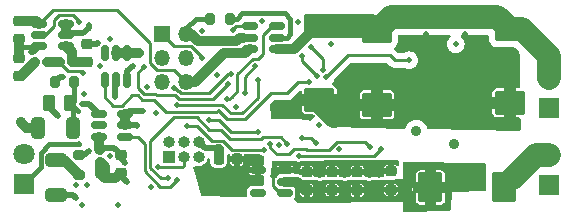
<source format=gbr>
%TF.GenerationSoftware,KiCad,Pcbnew,7.0.6*%
%TF.CreationDate,2023-11-06T16:55:08+11:00*%
%TF.ProjectId,turbidity_sensor_v2,74757262-6964-4697-9479-5f73656e736f,0.1.0*%
%TF.SameCoordinates,Original*%
%TF.FileFunction,Copper,L4,Bot*%
%TF.FilePolarity,Positive*%
%FSLAX46Y46*%
G04 Gerber Fmt 4.6, Leading zero omitted, Abs format (unit mm)*
G04 Created by KiCad (PCBNEW 7.0.6) date 2023-11-06 16:55:08*
%MOMM*%
%LPD*%
G01*
G04 APERTURE LIST*
G04 Aperture macros list*
%AMRoundRect*
0 Rectangle with rounded corners*
0 $1 Rounding radius*
0 $2 $3 $4 $5 $6 $7 $8 $9 X,Y pos of 4 corners*
0 Add a 4 corners polygon primitive as box body*
4,1,4,$2,$3,$4,$5,$6,$7,$8,$9,$2,$3,0*
0 Add four circle primitives for the rounded corners*
1,1,$1+$1,$2,$3*
1,1,$1+$1,$4,$5*
1,1,$1+$1,$6,$7*
1,1,$1+$1,$8,$9*
0 Add four rect primitives between the rounded corners*
20,1,$1+$1,$2,$3,$4,$5,0*
20,1,$1+$1,$4,$5,$6,$7,0*
20,1,$1+$1,$6,$7,$8,$9,0*
20,1,$1+$1,$8,$9,$2,$3,0*%
G04 Aperture macros list end*
%TA.AperFunction,ComponentPad*%
%ADD10R,1.000000X1.000000*%
%TD*%
%TA.AperFunction,ComponentPad*%
%ADD11O,1.000000X1.000000*%
%TD*%
%TA.AperFunction,ComponentPad*%
%ADD12R,1.800000X1.800000*%
%TD*%
%TA.AperFunction,ComponentPad*%
%ADD13C,1.800000*%
%TD*%
%TA.AperFunction,ComponentPad*%
%ADD14R,1.350000X1.350000*%
%TD*%
%TA.AperFunction,ComponentPad*%
%ADD15O,1.350000X1.350000*%
%TD*%
%TA.AperFunction,SMDPad,CuDef*%
%ADD16RoundRect,0.200000X0.200000X0.275000X-0.200000X0.275000X-0.200000X-0.275000X0.200000X-0.275000X0*%
%TD*%
%TA.AperFunction,SMDPad,CuDef*%
%ADD17RoundRect,0.250000X-1.025000X0.787500X-1.025000X-0.787500X1.025000X-0.787500X1.025000X0.787500X0*%
%TD*%
%TA.AperFunction,SMDPad,CuDef*%
%ADD18RoundRect,0.150000X0.512500X0.150000X-0.512500X0.150000X-0.512500X-0.150000X0.512500X-0.150000X0*%
%TD*%
%TA.AperFunction,SMDPad,CuDef*%
%ADD19RoundRect,0.225000X-0.250000X0.225000X-0.250000X-0.225000X0.250000X-0.225000X0.250000X0.225000X0*%
%TD*%
%TA.AperFunction,SMDPad,CuDef*%
%ADD20RoundRect,0.250000X0.325000X0.650000X-0.325000X0.650000X-0.325000X-0.650000X0.325000X-0.650000X0*%
%TD*%
%TA.AperFunction,SMDPad,CuDef*%
%ADD21RoundRect,0.225000X-0.225000X-0.250000X0.225000X-0.250000X0.225000X0.250000X-0.225000X0.250000X0*%
%TD*%
%TA.AperFunction,SMDPad,CuDef*%
%ADD22RoundRect,0.250000X-0.650000X0.325000X-0.650000X-0.325000X0.650000X-0.325000X0.650000X0.325000X0*%
%TD*%
%TA.AperFunction,SMDPad,CuDef*%
%ADD23RoundRect,0.225000X0.250000X-0.225000X0.250000X0.225000X-0.250000X0.225000X-0.250000X-0.225000X0*%
%TD*%
%TA.AperFunction,SMDPad,CuDef*%
%ADD24RoundRect,0.150000X-0.512500X-0.150000X0.512500X-0.150000X0.512500X0.150000X-0.512500X0.150000X0*%
%TD*%
%TA.AperFunction,SMDPad,CuDef*%
%ADD25RoundRect,0.250000X-0.262500X-0.450000X0.262500X-0.450000X0.262500X0.450000X-0.262500X0.450000X0*%
%TD*%
%TA.AperFunction,SMDPad,CuDef*%
%ADD26RoundRect,0.150000X0.150000X-0.512500X0.150000X0.512500X-0.150000X0.512500X-0.150000X-0.512500X0*%
%TD*%
%TA.AperFunction,SMDPad,CuDef*%
%ADD27RoundRect,0.135000X0.135000X0.185000X-0.135000X0.185000X-0.135000X-0.185000X0.135000X-0.185000X0*%
%TD*%
%TA.AperFunction,SMDPad,CuDef*%
%ADD28RoundRect,0.250000X0.787500X1.025000X-0.787500X1.025000X-0.787500X-1.025000X0.787500X-1.025000X0*%
%TD*%
%TA.AperFunction,SMDPad,CuDef*%
%ADD29RoundRect,0.140000X0.170000X-0.140000X0.170000X0.140000X-0.170000X0.140000X-0.170000X-0.140000X0*%
%TD*%
%TA.AperFunction,SMDPad,CuDef*%
%ADD30RoundRect,0.140000X-0.170000X0.140000X-0.170000X-0.140000X0.170000X-0.140000X0.170000X0.140000X0*%
%TD*%
%TA.AperFunction,SMDPad,CuDef*%
%ADD31RoundRect,0.200000X0.275000X-0.200000X0.275000X0.200000X-0.275000X0.200000X-0.275000X-0.200000X0*%
%TD*%
%TA.AperFunction,ViaPad*%
%ADD32C,0.500000*%
%TD*%
%TA.AperFunction,ViaPad*%
%ADD33C,0.900000*%
%TD*%
%TA.AperFunction,Conductor*%
%ADD34C,0.250000*%
%TD*%
%TA.AperFunction,Conductor*%
%ADD35C,0.508000*%
%TD*%
%TA.AperFunction,Conductor*%
%ADD36C,0.381000*%
%TD*%
%TA.AperFunction,Conductor*%
%ADD37C,0.812800*%
%TD*%
%TA.AperFunction,Conductor*%
%ADD38C,2.000000*%
%TD*%
%TA.AperFunction,Conductor*%
%ADD39C,0.254000*%
%TD*%
G04 APERTURE END LIST*
D10*
%TO.P,J1,1,Pin_1*%
%TO.N,MISO*%
X113462636Y-113082428D03*
D11*
%TO.P,J1,2,Pin_2*%
%TO.N,+3.3V*%
X113462636Y-111812428D03*
%TO.P,J1,3,Pin_3*%
%TO.N,CLKO*%
X114732636Y-113082428D03*
%TO.P,J1,4,Pin_4*%
%TO.N,MOSI*%
X114732636Y-111812428D03*
%TO.P,J1,5,Pin_5*%
%TO.N,RST*%
X116002636Y-113082428D03*
%TO.P,J1,6,Pin_6*%
%TO.N,GND*%
X116002636Y-111812428D03*
%TD*%
D12*
%TO.P,D3,1,K*%
%TO.N,Net-(D3-K)*%
X145658563Y-108880210D03*
D13*
%TO.P,D3,2,A*%
%TO.N,LED_PWR*%
X145658563Y-106340210D03*
%TD*%
D12*
%TO.P,D2,1,K*%
%TO.N,Net-(D2-K)*%
X101251799Y-115329787D03*
D13*
%TO.P,D2,2,A*%
%TO.N,Net-(D2-A)*%
X101251799Y-112789787D03*
%TD*%
D14*
%TO.P,J3,1,Pin_1*%
%TO.N,WKE*%
X112931610Y-102661401D03*
D15*
%TO.P,J3,2,Pin_2*%
%TO.N,GND*%
X114931610Y-102661401D03*
%TO.P,J3,3,Pin_3*%
%TO.N,TX*%
X112931610Y-104661401D03*
%TO.P,J3,4,Pin_4*%
%TO.N,RST*%
X114931610Y-104661401D03*
%TO.P,J3,5,Pin_5*%
%TO.N,RX*%
X112931610Y-106661401D03*
%TO.P,J3,6,Pin_6*%
%TO.N,+BATT*%
X114931610Y-106661401D03*
%TD*%
D12*
%TO.P,D1,1,K*%
%TO.N,Net-(D1-K)*%
X145658563Y-115439646D03*
D13*
%TO.P,D1,2,A*%
%TO.N,LED_PWR*%
X145658563Y-112899646D03*
%TD*%
D16*
%TO.P,R3,1*%
%TO.N,Net-(U2-ILM)*%
X118626044Y-101328006D03*
%TO.P,R3,2*%
%TO.N,GND*%
X116976044Y-101328006D03*
%TD*%
D17*
%TO.P,C9,1*%
%TO.N,LED_PWR*%
X126225915Y-101972873D03*
%TO.P,C9,2*%
%TO.N,GND*%
X126225915Y-108197873D03*
%TD*%
D18*
%TO.P,U4,1,IN*%
%TO.N,+BATT*%
X123297787Y-114180984D03*
%TO.P,U4,2,GND*%
%TO.N,GND*%
X123297787Y-115130984D03*
%TO.P,U4,3,EN*%
%TO.N,+BATT*%
X123297787Y-116080984D03*
%TO.P,U4,4,NC*%
%TO.N,unconnected-(U4-NC-Pad4)*%
X121022787Y-116080984D03*
%TO.P,U4,5,OUT*%
%TO.N,+3.3V*%
X121022787Y-114180984D03*
%TD*%
D19*
%TO.P,C7,1*%
%TO.N,+BATT*%
X127322719Y-114301764D03*
%TO.P,C7,2*%
%TO.N,GND*%
X127322719Y-115851764D03*
%TD*%
D20*
%TO.P,C36,1*%
%TO.N,TIA_BIAS*%
X105334460Y-110570944D03*
%TO.P,C36,2*%
%TO.N,GND*%
X102384460Y-110570944D03*
%TD*%
D21*
%TO.P,C10,1*%
%TO.N,GND*%
X117698575Y-113226425D03*
%TO.P,C10,2*%
%TO.N,+3.3V*%
X119248575Y-113226425D03*
%TD*%
D18*
%TO.P,U9,1*%
%TO.N,+3.3VADC*%
X104774685Y-101776533D03*
%TO.P,U9,2,-*%
X104774685Y-102726533D03*
%TO.P,U9,3,+*%
%TO.N,Net-(U9A-+)*%
X104774685Y-103676533D03*
%TO.P,U9,4,V-*%
%TO.N,GND*%
X102499685Y-103676533D03*
%TO.P,U9,5,SHDN*%
%TO.N,REF_BUFFER_EN*%
X102499685Y-102726533D03*
%TO.P,U9,6,V+*%
%TO.N,+BATT*%
X102499685Y-101776533D03*
%TD*%
D22*
%TO.P,C17,1*%
%TO.N,Net-(C17-Pad1)*%
X103947061Y-113296863D03*
%TO.P,C17,2*%
%TO.N,GND*%
X103947061Y-116246863D03*
%TD*%
D19*
%TO.P,C21,1*%
%TO.N,+BATT*%
X100826698Y-101531588D03*
%TO.P,C21,2*%
%TO.N,GND*%
X100826698Y-103081588D03*
%TD*%
D23*
%TO.P,C22,1*%
%TO.N,Net-(U9A-+)*%
X106524944Y-105038488D03*
%TO.P,C22,2*%
%TO.N,GND*%
X106524944Y-103488488D03*
%TD*%
D17*
%TO.P,C11,1*%
%TO.N,LED_PWR*%
X131107077Y-102407446D03*
%TO.P,C11,2*%
%TO.N,GND*%
X131107077Y-108632446D03*
%TD*%
D19*
%TO.P,C2,1*%
%TO.N,+BATT*%
X132295440Y-114258082D03*
%TO.P,C2,2*%
%TO.N,GND*%
X132295440Y-115808082D03*
%TD*%
D24*
%TO.P,U2,1,IN*%
%TO.N,+BATT*%
X120330417Y-103895681D03*
%TO.P,U2,2,GND*%
%TO.N,GND*%
X120330417Y-102945681D03*
%TO.P,U2,3,EN*%
%TO.N,LED_PWR_EN*%
X120330417Y-101995681D03*
%TO.P,U2,4,~{FAULT}*%
%TO.N,LED_PWR_FAULT*%
X122605417Y-101995681D03*
%TO.P,U2,5,ILM*%
%TO.N,Net-(U2-ILM)*%
X122605417Y-102945681D03*
%TO.P,U2,6,OUT*%
%TO.N,LED_PWR*%
X122605417Y-103895681D03*
%TD*%
D25*
%TO.P,R19,1*%
%TO.N,+3.3VADC*%
X103329100Y-108440203D03*
%TO.P,R19,2*%
%TO.N,TIA_BIAS*%
X105154100Y-108440203D03*
%TD*%
D26*
%TO.P,U5,1,VIN*%
%TO.N,+3.3V*%
X109980397Y-106543265D03*
%TO.P,U5,2,GND*%
%TO.N,GND*%
X109030397Y-106543265D03*
%TO.P,U5,3,ON*%
%TO.N,TIA_PWR_EN*%
X108080397Y-106543265D03*
%TO.P,U5,4,CT*%
%TO.N,unconnected-(U5-CT-Pad4)*%
X108080397Y-104268265D03*
%TO.P,U5,5,QOD*%
%TO.N,TIA_PWR*%
X109030397Y-104268265D03*
%TO.P,U5,6,VOUT*%
X109980397Y-104268265D03*
%TD*%
D19*
%TO.P,C4,1*%
%TO.N,+BATT*%
X129447227Y-114329735D03*
%TO.P,C4,2*%
%TO.N,GND*%
X129447227Y-115879735D03*
%TD*%
D27*
%TO.P,R12,1*%
%TO.N,Net-(U9A-+)*%
X105255020Y-105028794D03*
%TO.P,R12,2*%
%TO.N,Net-(U8-VREF)*%
X104235020Y-105028794D03*
%TD*%
D19*
%TO.P,C8,1*%
%TO.N,+BATT*%
X125156554Y-114321139D03*
%TO.P,C8,2*%
%TO.N,GND*%
X125156554Y-115871139D03*
%TD*%
D28*
%TO.P,C38,1*%
%TO.N,LED_PWR*%
X141864765Y-115629643D03*
%TO.P,C38,2*%
%TO.N,GND*%
X135639765Y-115629643D03*
%TD*%
D17*
%TO.P,C12,1*%
%TO.N,LED_PWR*%
X142341913Y-102228249D03*
%TO.P,C12,2*%
%TO.N,GND*%
X142341913Y-108453249D03*
%TD*%
D29*
%TO.P,C1,1*%
%TO.N,+BATT*%
X118554586Y-104230574D03*
%TO.P,C1,2*%
%TO.N,GND*%
X118554586Y-103270574D03*
%TD*%
D30*
%TO.P,C14,1*%
%TO.N,+BATT*%
X107700155Y-112553626D03*
%TO.P,C14,2*%
%TO.N,GND*%
X107700155Y-113513626D03*
%TD*%
D31*
%TO.P,R8,1*%
%TO.N,Net-(C17-Pad1)*%
X105857151Y-114556063D03*
%TO.P,R8,2*%
%TO.N,+3.3VADC*%
X105857151Y-112906063D03*
%TD*%
D27*
%TO.P,R11,1*%
%TO.N,Net-(U8-VREF)*%
X103134799Y-105028794D03*
%TO.P,R11,2*%
%TO.N,Net-(C20-Pad1)*%
X102114799Y-105028794D03*
%TD*%
D19*
%TO.P,C15,1*%
%TO.N,+BATT*%
X109396527Y-112878238D03*
%TO.P,C15,2*%
%TO.N,GND*%
X109396527Y-114428238D03*
%TD*%
D18*
%TO.P,U8,1,GND*%
%TO.N,GND*%
X109816436Y-109435368D03*
%TO.P,U8,2,GND*%
X109816436Y-110385368D03*
%TO.P,U8,3,EN*%
%TO.N,REF_EN*%
X109816436Y-111335368D03*
%TO.P,U8,4,VIN*%
%TO.N,+BATT*%
X107541436Y-111335368D03*
%TO.P,U8,5,NR*%
%TO.N,unconnected-(U8-NR-Pad5)*%
X107541436Y-110385368D03*
%TO.P,U8,6,VREF*%
%TO.N,Net-(U8-VREF)*%
X107541436Y-109435368D03*
%TD*%
D16*
%TO.P,R20,1*%
%TO.N,TIA_BIAS*%
X105490760Y-106703204D03*
%TO.P,R20,2*%
%TO.N,GND*%
X103840760Y-106703204D03*
%TD*%
D23*
%TO.P,C20,1*%
%TO.N,Net-(C20-Pad1)*%
X100837893Y-106197969D03*
%TO.P,C20,2*%
%TO.N,GND*%
X100837893Y-104647969D03*
%TD*%
D32*
%TO.N,GND*%
X134141348Y-106893000D03*
X128673412Y-106290729D03*
X142158231Y-105485230D03*
X139818031Y-106209139D03*
X137160000Y-115617975D03*
X139754562Y-114065459D03*
X137994441Y-114021819D03*
X138016261Y-114712776D03*
X139858240Y-105398174D03*
X110801964Y-110401796D03*
X142193329Y-106935944D03*
X106299328Y-107730322D03*
X135248282Y-102650885D03*
X138889048Y-114880060D03*
X117530213Y-106080213D03*
X135054361Y-107029427D03*
X129228296Y-108392283D03*
X138601825Y-102650885D03*
X135033372Y-106168887D03*
X111622025Y-107124103D03*
X108082266Y-114252181D03*
X140602223Y-106210587D03*
X108087435Y-114861242D03*
X134204315Y-106137404D03*
X129825447Y-106316033D03*
X138396322Y-105325442D03*
X131414790Y-105994489D03*
X111318460Y-109137069D03*
X101833485Y-104173024D03*
X141066849Y-104194629D03*
X136984873Y-114129458D03*
X130329681Y-105709526D03*
X106529497Y-115456382D03*
X104538579Y-106282458D03*
X138772677Y-115618861D03*
X109974041Y-115199791D03*
X141395176Y-106171589D03*
X124425417Y-101601571D03*
X141952314Y-104265466D03*
X128272853Y-107115297D03*
D33*
X128290236Y-108239045D03*
D32*
X100665939Y-103742631D03*
X122650000Y-109150000D03*
X139749142Y-115618861D03*
X137959928Y-115547344D03*
X140016098Y-104265466D03*
X139087278Y-106103677D03*
X117691322Y-112296477D03*
X140660719Y-106935944D03*
X138410868Y-106140044D03*
X132590719Y-105930181D03*
X139761836Y-114887333D03*
X112372137Y-109347176D03*
X141374377Y-105438433D03*
X105645577Y-116521225D03*
X142181630Y-106245685D03*
X105641402Y-115411494D03*
X108911900Y-108011148D03*
X108492693Y-103050406D03*
X135007136Y-105491998D03*
X139828941Y-106972828D03*
D33*
X137607304Y-111938414D03*
D32*
X138988959Y-104241853D03*
X137139906Y-114807328D03*
D33*
X129358171Y-107180129D03*
D32*
X107454046Y-103377931D03*
X106171792Y-117090724D03*
X141426374Y-106925545D03*
D33*
X132423771Y-106844088D03*
X100939600Y-110083600D03*
D32*
X140613922Y-105391635D03*
D33*
X130813929Y-106781430D03*
D32*
X119211517Y-103270574D03*
X123850000Y-109150000D03*
X129221903Y-105730709D03*
X138896322Y-114036366D03*
X139087278Y-105354535D03*
%TO.N,+3.3VADC*%
X104075862Y-109603918D03*
X106692387Y-112534207D03*
X106687640Y-101885610D03*
X108469198Y-112978761D03*
%TO.N,+BATT*%
X130447926Y-113869119D03*
X126264533Y-114565232D03*
X131249015Y-114538523D03*
X109801581Y-113537382D03*
X126281865Y-113880440D03*
X130478704Y-114576994D03*
X122270311Y-114642175D03*
X128385855Y-114569300D03*
X128401244Y-113899896D03*
X131225933Y-113876813D03*
%TO.N,+3.3V*%
X110420011Y-105333886D03*
X118152539Y-115554170D03*
X126169015Y-110320284D03*
X116844508Y-114123031D03*
X116293780Y-102363865D03*
D33*
X134447142Y-110852979D03*
D32*
X121358180Y-101540000D03*
X119652926Y-115708056D03*
X107668182Y-105319441D03*
X109177217Y-117119774D03*
X111966007Y-115587964D03*
X137783655Y-103512762D03*
X118229482Y-114830906D03*
X127249926Y-103459491D03*
X115990621Y-114428238D03*
X118960440Y-115369507D03*
X117390803Y-114677020D03*
X116644457Y-115069429D03*
X119148260Y-108784887D03*
X117289040Y-115548185D03*
%TO.N,TIA_PWR*%
X110975181Y-104251787D03*
%TO.N,Net-(D2-K)*%
X105889990Y-111983678D03*
%TO.N,TIA_BIAS*%
X105832480Y-109198045D03*
%TO.N,MISO*%
X124761001Y-111457203D03*
X125937050Y-111878000D03*
%TO.N,CLKO*%
X112611260Y-113865399D03*
%TO.N,MOSI*%
X115038274Y-110386668D03*
X121537274Y-112427338D03*
%TO.N,TX*%
X113931811Y-107175312D03*
X118724915Y-106029390D03*
%TO.N,RX*%
X121004999Y-106507162D03*
X114141222Y-108651216D03*
%TO.N,LED_DIGITAL_SIGNAL*%
X126760000Y-106320000D03*
X133851631Y-104858502D03*
%TO.N,LED_PWR_EN*%
X118943014Y-102324047D03*
X119896763Y-107660255D03*
X120803730Y-105358162D03*
%TO.N,LED_PWR_FAULT*%
X118400000Y-108150000D03*
X121029932Y-110975633D03*
X116894820Y-109938398D03*
%TO.N,LED_2_EN*%
X131484445Y-112355555D03*
X124477124Y-112961904D03*
%TO.N,LED_1_EN*%
X130520024Y-112203601D03*
X122095166Y-111970028D03*
%TO.N,SS*%
X113390783Y-114864773D03*
X123518192Y-111927007D03*
%TO.N,REF_EN*%
X114146844Y-114961413D03*
%TO.N,TIA_PWR_EN*%
X125340989Y-106685682D03*
%TO.N,SDA*%
X126033609Y-106157532D03*
X124769115Y-104458902D03*
%TO.N,SCL*%
X125551656Y-103776487D03*
X126519758Y-105654577D03*
%TO.N,NEG_VOLT_EN*%
X111356427Y-105410000D03*
X118479281Y-106871680D03*
%TO.N,WKE*%
X116300000Y-104649406D03*
%TO.N,Net-(U8-VREF)*%
X106235096Y-105936811D03*
X106171437Y-108581016D03*
%TO.N,REF_BUFFER_EN*%
X105886685Y-101645146D03*
X127930430Y-112386904D03*
X122793503Y-112017256D03*
%TD*%
D34*
%TO.N,+BATT*%
X112517396Y-105661401D02*
X113931611Y-105661401D01*
X113931611Y-105661401D02*
X114931610Y-106661401D01*
X111931610Y-105075615D02*
X112517396Y-105661401D01*
X111931610Y-103422610D02*
X111931610Y-105075615D01*
X102499685Y-101776533D02*
X103681085Y-100595133D01*
X103681085Y-100595133D02*
X109104133Y-100595133D01*
X109104133Y-100595133D02*
X111931610Y-103422610D01*
D35*
%TO.N,GND*%
X110114735Y-109137069D02*
X111318460Y-109137069D01*
D36*
X102499685Y-103676533D02*
X102433587Y-103742631D01*
X114931610Y-102661401D02*
X114931610Y-102168390D01*
D37*
X119492810Y-102989281D02*
X119804501Y-102989281D01*
D35*
X116565845Y-112296477D02*
X116081796Y-111812428D01*
X105645577Y-116521225D02*
X105371215Y-116246863D01*
D37*
X108087435Y-114861242D02*
X107700155Y-114473962D01*
X119211517Y-103270574D02*
X119492810Y-102989281D01*
D35*
X102499685Y-103676533D02*
X102007824Y-104168394D01*
D38*
X126225915Y-108197873D02*
X126225915Y-108326574D01*
D37*
X107700155Y-114473962D02*
X107700155Y-113513626D01*
X108082266Y-113895737D02*
X107700155Y-113513626D01*
D36*
X115771994Y-101328006D02*
X116976044Y-101328006D01*
D37*
X117698575Y-113226425D02*
X117698575Y-112397970D01*
X109396527Y-114428238D02*
X108963523Y-114861242D01*
D35*
X108911900Y-108011148D02*
X108911900Y-106661762D01*
D37*
X100826698Y-103081588D02*
X100826698Y-104636774D01*
D35*
X109816436Y-110385368D02*
X110785536Y-110385368D01*
D37*
X118554586Y-103270574D02*
X119211517Y-103270574D01*
X123297787Y-115130984D02*
X124300154Y-115130984D01*
D36*
X114931610Y-102168390D02*
X115771994Y-101328006D01*
D37*
X125040309Y-115871139D02*
X125156554Y-115871139D01*
D35*
X106524944Y-103488488D02*
X107343489Y-103488488D01*
D37*
X108082266Y-114252181D02*
X108082266Y-113895737D01*
D38*
X126225915Y-108326574D02*
X127440671Y-109541330D01*
D35*
X117691322Y-112296477D02*
X116565845Y-112296477D01*
X108911900Y-106661762D02*
X109030397Y-106543265D01*
X105371215Y-116246863D02*
X103947061Y-116246863D01*
D37*
X115989353Y-103270574D02*
X115380180Y-102661401D01*
D35*
X104538579Y-106282458D02*
X104261506Y-106282458D01*
D37*
X108963523Y-114861242D02*
X108087435Y-114861242D01*
X118554586Y-103270574D02*
X115989353Y-103270574D01*
D36*
X102433587Y-103742631D02*
X100665939Y-103742631D01*
D35*
X109396527Y-114622277D02*
X109974041Y-115199791D01*
D37*
X109816436Y-109435368D02*
X109816436Y-110385368D01*
X124300154Y-115130984D02*
X125040309Y-115871139D01*
X101421149Y-110565149D02*
X102378665Y-110565149D01*
X117698575Y-112397970D02*
X117691322Y-112397970D01*
X115380180Y-102661401D02*
X114931610Y-102661401D01*
D35*
X104261506Y-106282458D02*
X103840760Y-106703204D01*
X109816436Y-109435368D02*
X110114735Y-109137069D01*
X102007824Y-104168394D02*
X101870366Y-104168394D01*
X107343489Y-103488488D02*
X107454046Y-103377931D01*
D37*
X100939600Y-110083600D02*
X101421149Y-110565149D01*
D35*
X110785536Y-110385368D02*
X110801964Y-110401796D01*
%TO.N,+3.3VADC*%
X104774685Y-102726533D02*
X104939075Y-102562143D01*
X105857151Y-112906063D02*
X106320531Y-112906063D01*
X104939075Y-102562143D02*
X106234499Y-102562143D01*
D37*
X104774685Y-101776533D02*
X104774685Y-102663733D01*
D35*
X103329100Y-108857156D02*
X104075862Y-109603918D01*
X106234499Y-102562143D02*
X106687640Y-102109002D01*
X106687640Y-102109002D02*
X106687640Y-101885610D01*
X106320531Y-112906063D02*
X106692387Y-112534207D01*
D37*
%TO.N,+BATT*%
X100826698Y-101531588D02*
X102254740Y-101531588D01*
X107541436Y-112394907D02*
X107647355Y-112500826D01*
D39*
X122449516Y-114642175D02*
X122270311Y-114642175D01*
D35*
X107983020Y-112270761D02*
X107700155Y-112553626D01*
D39*
X122270311Y-114642175D02*
X122270311Y-114821380D01*
D35*
X109396527Y-113132328D02*
X109801581Y-113537382D01*
D37*
X120330417Y-103895681D02*
X119942724Y-104283374D01*
D39*
X122308287Y-115478564D02*
X122910707Y-116080984D01*
D36*
X118554586Y-104230574D02*
X118169426Y-104230574D01*
D37*
X117700000Y-104700000D02*
X115738599Y-106661401D01*
D35*
X119995524Y-104230574D02*
X118554586Y-104230574D01*
X109396527Y-112835784D02*
X108831504Y-112270761D01*
D39*
X122308287Y-114783404D02*
X122308287Y-115478564D01*
D34*
X114931610Y-106661401D02*
X113931610Y-105661401D01*
D36*
X118169426Y-104230574D02*
X117700000Y-104700000D01*
D35*
X108831504Y-112270761D02*
X107983020Y-112270761D01*
D37*
X102254740Y-101531588D02*
X102499685Y-101776533D01*
D35*
X120330417Y-103895681D02*
X119995524Y-104230574D01*
D39*
X122910707Y-114180984D02*
X122449516Y-114642175D01*
X122270311Y-114821380D02*
X122308287Y-114783404D01*
D37*
X118116626Y-104283374D02*
X115738599Y-106661401D01*
X115738599Y-106661401D02*
X114931610Y-106661401D01*
X119942724Y-104283374D02*
X118116626Y-104283374D01*
D35*
X109396527Y-112878238D02*
X109396527Y-113132328D01*
D37*
X107541436Y-111335368D02*
X107541436Y-112394907D01*
D35*
%TO.N,+3.3V*%
X109980397Y-106543265D02*
X109980397Y-105773500D01*
X109980397Y-105773500D02*
X110420011Y-105333886D01*
D37*
%TO.N,LED_PWR*%
X124121203Y-103895681D02*
X126044011Y-101972873D01*
D38*
X142642861Y-114822148D02*
X144565363Y-112899646D01*
X143373618Y-102228249D02*
X145658563Y-104513194D01*
X145658563Y-104513194D02*
X145658563Y-106340210D01*
D37*
X126044011Y-101972873D02*
X126225915Y-101972873D01*
D38*
X131107077Y-102407446D02*
X132313638Y-101200885D01*
X130672504Y-101972873D02*
X131107077Y-102407446D01*
X126225915Y-101972873D02*
X130672504Y-101972873D01*
D37*
X122605417Y-103895681D02*
X124121203Y-103895681D01*
D38*
X144565363Y-112899646D02*
X145658563Y-112899646D01*
X142341913Y-102228249D02*
X143373618Y-102228249D01*
X141314549Y-101200885D02*
X142341913Y-102228249D01*
X132313638Y-101200885D02*
X141314549Y-101200885D01*
D37*
%TO.N,Net-(C17-Pad1)*%
X103947061Y-113296863D02*
X104597951Y-113296863D01*
X104597951Y-113296863D02*
X105857151Y-114556063D01*
%TO.N,Net-(C20-Pad1)*%
X100945624Y-106197969D02*
X102114799Y-105028794D01*
X100837893Y-106197969D02*
X100945624Y-106197969D01*
%TO.N,Net-(U9A-+)*%
X105255020Y-105028794D02*
X105255020Y-104156868D01*
X105255020Y-104156868D02*
X104774685Y-103676533D01*
X105255020Y-105028794D02*
X106515250Y-105028794D01*
%TO.N,TIA_PWR*%
X109980397Y-104268265D02*
X110958703Y-104268265D01*
X109980397Y-104268265D02*
X109030397Y-104268265D01*
X110958703Y-104268265D02*
X110975181Y-104251787D01*
D36*
%TO.N,Net-(D2-K)*%
X101251799Y-115329787D02*
X102656561Y-113925025D01*
X103379442Y-111983678D02*
X105889990Y-111983678D01*
X102656561Y-112706559D02*
X103379442Y-111983678D01*
X102656561Y-113925025D02*
X102656561Y-112706559D01*
%TO.N,TIA_BIAS*%
X105490760Y-106703204D02*
X105490760Y-108336505D01*
X105154100Y-108519665D02*
X105832480Y-109198045D01*
X105387062Y-108673165D02*
X105387062Y-110518342D01*
D34*
%TO.N,MISO*%
X125516253Y-111457203D02*
X125937050Y-111878000D01*
X124761001Y-111457203D02*
X125516253Y-111457203D01*
%TO.N,CLKO*%
X112653289Y-113907428D02*
X112611260Y-113865399D01*
X114732636Y-113789534D02*
X114614742Y-113907428D01*
X114732636Y-113082428D02*
X114732636Y-113789534D01*
X114614742Y-113907428D02*
X112653289Y-113907428D01*
%TO.N,MOSI*%
X117166570Y-111666570D02*
X118035903Y-111666570D01*
X115886668Y-110386668D02*
X117166570Y-111666570D01*
X115038274Y-110386668D02*
X115886668Y-110386668D01*
X118035903Y-111666570D02*
X118796671Y-112427338D01*
X118796671Y-112427338D02*
X121537274Y-112427338D01*
%TO.N,TX*%
X114293981Y-107442303D02*
X114026990Y-107175312D01*
X118724915Y-106029390D02*
X118508398Y-106029390D01*
X114525673Y-107661401D02*
X114306573Y-107442303D01*
X114306573Y-107442303D02*
X114293981Y-107442303D01*
X118508398Y-106029390D02*
X116876387Y-107661401D01*
X114026990Y-107175312D02*
X113931811Y-107175312D01*
X116876387Y-107661401D02*
X114525673Y-107661401D01*
%TO.N,RX*%
X114162949Y-108629489D02*
X114141222Y-108651216D01*
X121004999Y-106507162D02*
X121004999Y-108045001D01*
X119690613Y-109359387D02*
X118709387Y-109359387D01*
X118709387Y-109359387D02*
X117979489Y-108629489D01*
X117979489Y-108629489D02*
X114162949Y-108629489D01*
X121004999Y-108045001D02*
X119690613Y-109359387D01*
%TO.N,LED_DIGITAL_SIGNAL*%
X126760000Y-106320000D02*
X128630761Y-104449239D01*
X132594816Y-104858502D02*
X133851631Y-104858502D01*
X128630761Y-104449239D02*
X132185553Y-104449239D01*
X132185553Y-104449239D02*
X132594816Y-104858502D01*
%TO.N,LED_PWR_EN*%
X119896763Y-106265129D02*
X119896763Y-107660255D01*
X119043506Y-102128006D02*
X119043506Y-102223555D01*
X120330417Y-101995681D02*
X119175831Y-101995681D01*
X119043506Y-102223555D02*
X118943014Y-102324047D01*
X119175831Y-101995681D02*
X119043506Y-102128006D01*
X120803730Y-105358162D02*
X119896763Y-106265129D01*
%TO.N,LED_PWR_FAULT*%
X119300000Y-107454079D02*
X119300000Y-106050000D01*
X121500000Y-104300000D02*
X121500000Y-102716847D01*
X117724457Y-109938398D02*
X118761692Y-110975633D01*
X119300000Y-106050000D02*
X120620613Y-104729387D01*
X118761692Y-110975633D02*
X121029932Y-110975633D01*
X121070613Y-104729387D02*
X121500000Y-104300000D01*
X118599723Y-108150000D02*
X118818689Y-107931034D01*
X118823045Y-107931034D02*
X119300000Y-107454079D01*
X118818689Y-107931034D02*
X118823045Y-107931034D01*
X121500000Y-102716847D02*
X122221166Y-101995681D01*
X116894820Y-109938398D02*
X117724457Y-109938398D01*
X118400000Y-108150000D02*
X118599723Y-108150000D01*
X120620613Y-104729387D02*
X121070613Y-104729387D01*
D36*
%TO.N,Net-(U2-ILM)*%
X119650000Y-100900000D02*
X123348650Y-100900000D01*
X118626044Y-101328006D02*
X119221994Y-101328006D01*
X123784917Y-101336267D02*
X123784917Y-102615083D01*
X123784917Y-102615083D02*
X123454319Y-102945681D01*
X123454319Y-102945681D02*
X122605417Y-102945681D01*
X123348650Y-100900000D02*
X123784917Y-101336267D01*
X119221994Y-101328006D02*
X119650000Y-100900000D01*
D34*
%TO.N,LED_2_EN*%
X131484445Y-112355555D02*
X130878096Y-112961904D01*
X130878096Y-112961904D02*
X124477124Y-112961904D01*
%TO.N,LED_1_EN*%
X124110353Y-112386904D02*
X123675180Y-112822077D01*
X127049161Y-112455000D02*
X125211292Y-112455000D01*
X127692257Y-111811904D02*
X127049161Y-112455000D01*
X125211292Y-112455000D02*
X125143196Y-112386904D01*
X122095166Y-112288120D02*
X122095166Y-111970028D01*
X130520024Y-112203601D02*
X130128327Y-111811904D01*
X123675180Y-112822077D02*
X122629123Y-112822077D01*
X122629123Y-112822077D02*
X122095166Y-112288120D01*
X125143196Y-112386904D02*
X124110353Y-112386904D01*
X130128327Y-111811904D02*
X127692257Y-111811904D01*
%TO.N,SS*%
X113390783Y-114864773D02*
X112794728Y-114864773D01*
X116911060Y-110768518D02*
X117918181Y-110768518D01*
X117918181Y-110768518D02*
X118700296Y-111550633D01*
X111918696Y-113988741D02*
X111918696Y-111729038D01*
X111918696Y-111729038D02*
X113953656Y-109694078D01*
X113953656Y-109694078D02*
X115836620Y-109694078D01*
X115836620Y-109694078D02*
X116911060Y-110768518D01*
X118700296Y-111550633D02*
X121332185Y-111550633D01*
X112794728Y-114864773D02*
X111918696Y-113988741D01*
X121332185Y-111550633D02*
X121487790Y-111395028D01*
X122986213Y-111395028D02*
X123518192Y-111927007D01*
X121487790Y-111395028D02*
X122986213Y-111395028D01*
%TO.N,REF_EN*%
X112768318Y-115552850D02*
X113555407Y-115552850D01*
X111468696Y-111947032D02*
X111468696Y-114253228D01*
X110857032Y-111335368D02*
X111468696Y-111947032D01*
X109816436Y-111335368D02*
X110857032Y-111335368D01*
X113555407Y-115552850D02*
X114146844Y-114961413D01*
X111468696Y-114253228D02*
X112768318Y-115552850D01*
%TO.N,TIA_PWR_EN*%
X119940613Y-109809387D02*
X118409387Y-109809387D01*
D39*
X112198613Y-108189175D02*
X113251516Y-109242078D01*
X110863051Y-107823184D02*
X111229042Y-108189175D01*
D34*
X122124013Y-107625987D02*
X119940613Y-109809387D01*
D39*
X108080397Y-106543265D02*
X108080397Y-108001303D01*
X117537936Y-109242078D02*
X117690007Y-109090007D01*
D34*
X124440485Y-106685682D02*
X123500180Y-107625987D01*
D39*
X113251516Y-109242078D02*
X117537936Y-109242078D01*
X110368201Y-107823184D02*
X110863051Y-107823184D01*
D34*
X125340989Y-106685682D02*
X124440485Y-106685682D01*
X123500180Y-107625987D02*
X122124013Y-107625987D01*
X118409387Y-109809387D02*
X117690007Y-109090007D01*
D39*
X109489417Y-108701968D02*
X110368201Y-107823184D01*
X111229042Y-108189175D02*
X112198613Y-108189175D01*
X108080397Y-108001303D02*
X108781062Y-108701968D01*
X108781062Y-108701968D02*
X109489417Y-108701968D01*
D34*
%TO.N,SDA*%
X124769115Y-104893038D02*
X126033609Y-106157532D01*
X124769115Y-104458902D02*
X124769115Y-104893038D01*
%TO.N,SCL*%
X126519758Y-104744589D02*
X126519758Y-105654577D01*
X125551656Y-103776487D02*
X126519758Y-104744589D01*
%TO.N,NEG_VOLT_EN*%
X110879585Y-105886842D02*
X111356427Y-105410000D01*
X112356398Y-107706398D02*
X111385489Y-107706398D01*
X111385489Y-107706398D02*
X110879585Y-107200494D01*
X117239560Y-108111401D02*
X114339277Y-108111401D01*
X114048443Y-107820567D02*
X112470567Y-107820567D01*
X110879585Y-107200494D02*
X110879585Y-105886842D01*
X118479281Y-106871680D02*
X117239560Y-108111401D01*
X114339277Y-108111401D02*
X114048443Y-107820567D01*
X112470567Y-107820567D02*
X112356398Y-107706398D01*
%TO.N,WKE*%
X115345824Y-103661401D02*
X113931610Y-103661401D01*
X113931610Y-103661401D02*
X112931610Y-102661401D01*
X116300000Y-104649406D02*
X116300000Y-104615577D01*
X116300000Y-104615577D02*
X115345824Y-103661401D01*
%TO.N,Net-(U8-VREF)*%
X106235096Y-105936811D02*
X106115487Y-105936811D01*
X106115487Y-105936811D02*
X105938870Y-105760194D01*
X104930288Y-105760194D02*
X104235020Y-105064926D01*
D35*
X106687084Y-108581016D02*
X106171437Y-108581016D01*
D37*
X103134799Y-105028794D02*
X104235020Y-105028794D01*
D34*
X105938870Y-105760194D02*
X104930288Y-105760194D01*
D35*
X107541436Y-109435368D02*
X106687084Y-108581016D01*
D34*
%TO.N,REF_BUFFER_EN*%
X105886685Y-101645146D02*
X105886685Y-101554282D01*
X105377536Y-101045133D02*
X104171834Y-101045133D01*
X104171834Y-101045133D02*
X103787185Y-101429782D01*
X103787185Y-101952815D02*
X103013467Y-102726533D01*
X103787185Y-101429782D02*
X103787185Y-101952815D01*
X105886685Y-101554282D02*
X105377536Y-101045133D01*
%TD*%
%TA.AperFunction,Conductor*%
%TO.N,GND*%
G36*
X140202710Y-113570521D02*
G01*
X140269383Y-113591407D01*
X140314181Y-113645025D01*
X140324470Y-113693040D01*
X140349527Y-115819941D01*
X140330634Y-115887208D01*
X140278373Y-115933582D01*
X140227974Y-115945378D01*
X137420884Y-116000581D01*
X137355750Y-117466081D01*
X137333108Y-117532180D01*
X137278324Y-117575545D01*
X137236756Y-117584479D01*
X133425463Y-117734710D01*
X133357700Y-117717681D01*
X133309901Y-117666720D01*
X133296580Y-117610810D01*
X133296580Y-116894241D01*
X134169662Y-116889271D01*
X134142642Y-116129643D01*
X134402266Y-116129643D01*
X134402266Y-116708839D01*
X134405116Y-116739249D01*
X134449918Y-116867288D01*
X134530472Y-116976435D01*
X134639619Y-117056989D01*
X134767662Y-117101792D01*
X134798057Y-117104642D01*
X135139764Y-117104642D01*
X135139765Y-117104641D01*
X135139765Y-116129643D01*
X136139765Y-116129643D01*
X136139765Y-117104642D01*
X136481461Y-117104642D01*
X136511871Y-117101791D01*
X136639910Y-117056989D01*
X136749057Y-116976435D01*
X136829611Y-116867288D01*
X136874414Y-116739247D01*
X136874414Y-116739243D01*
X136877265Y-116708849D01*
X136877265Y-116129643D01*
X136139765Y-116129643D01*
X135139765Y-116129643D01*
X134402266Y-116129643D01*
X134142642Y-116129643D01*
X134107071Y-115129643D01*
X134402265Y-115129643D01*
X135139765Y-115129643D01*
X135139765Y-114154643D01*
X136139765Y-114154643D01*
X136139765Y-115129643D01*
X136877264Y-115129643D01*
X136877264Y-114550446D01*
X136874413Y-114520036D01*
X136829611Y-114391997D01*
X136749057Y-114282850D01*
X136639910Y-114202296D01*
X136511867Y-114157493D01*
X136481472Y-114154643D01*
X136139765Y-114154643D01*
X135139765Y-114154643D01*
X134798069Y-114154643D01*
X134767658Y-114157494D01*
X134639619Y-114202296D01*
X134530472Y-114282850D01*
X134449918Y-114391997D01*
X134405115Y-114520038D01*
X134405115Y-114520042D01*
X134402265Y-114550436D01*
X134402265Y-115129643D01*
X134107071Y-115129643D01*
X134100634Y-114948685D01*
X133296580Y-114953273D01*
X133296580Y-113572621D01*
X133316265Y-113505583D01*
X133369069Y-113459828D01*
X133422808Y-113448642D01*
X140202710Y-113570521D01*
G37*
%TD.AperFunction*%
%TD*%
%TA.AperFunction,Conductor*%
%TO.N,+3.3V*%
G36*
X118639325Y-112792785D02*
G01*
X118688064Y-112842847D01*
X118701999Y-112911313D01*
X118701385Y-112916993D01*
X118698575Y-112938337D01*
X118698575Y-112976425D01*
X119798574Y-112976425D01*
X119798574Y-112938336D01*
X119798352Y-112934950D01*
X119813609Y-112866766D01*
X119863306Y-112817655D01*
X119922086Y-112802838D01*
X121159400Y-112802838D01*
X121226439Y-112822523D01*
X121226440Y-112822523D01*
X121327221Y-112887291D01*
X121327222Y-112887291D01*
X121327223Y-112887292D01*
X121464607Y-112927631D01*
X121523385Y-112965405D01*
X121552411Y-113028960D01*
X121553668Y-113047674D01*
X121548422Y-113658050D01*
X121528162Y-113724918D01*
X121474967Y-113770217D01*
X121424427Y-113780984D01*
X121272787Y-113780984D01*
X121272787Y-114580984D01*
X121415419Y-114580984D01*
X121482458Y-114600669D01*
X121528213Y-114653473D01*
X121539414Y-114706050D01*
X121534800Y-115242723D01*
X121514540Y-115309591D01*
X121503857Y-115323617D01*
X121358678Y-115488444D01*
X121299595Y-115525740D01*
X121265626Y-115530484D01*
X120478769Y-115530484D01*
X120397806Y-115543307D01*
X120384983Y-115545338D01*
X120271945Y-115602934D01*
X120271944Y-115602935D01*
X120271939Y-115602938D01*
X120182241Y-115692636D01*
X120182238Y-115692641D01*
X120124639Y-115805682D01*
X120109787Y-115899459D01*
X120109787Y-116262503D01*
X120115360Y-116297689D01*
X120106403Y-116366982D01*
X120061406Y-116420433D01*
X119994654Y-116441071D01*
X119990572Y-116441062D01*
X119308506Y-116428334D01*
X116331121Y-116353037D01*
X116264601Y-116331664D01*
X116220195Y-116277720D01*
X116215274Y-116263994D01*
X115677514Y-114430984D01*
X120276432Y-114430984D01*
X120330044Y-114511221D01*
X120330047Y-114511224D01*
X120412742Y-114566478D01*
X120412746Y-114566480D01*
X120485658Y-114580983D01*
X120485661Y-114580984D01*
X120772787Y-114580984D01*
X120772787Y-114430984D01*
X120276432Y-114430984D01*
X115677514Y-114430984D01*
X115552683Y-114005484D01*
X115552699Y-113935617D01*
X115590487Y-113876847D01*
X115609974Y-113863016D01*
X115693876Y-113814898D01*
X115761821Y-113798623D01*
X115796518Y-113805424D01*
X115834573Y-113818740D01*
X115834581Y-113818742D01*
X116002633Y-113837677D01*
X116002636Y-113837677D01*
X116002639Y-113837677D01*
X116170692Y-113818742D01*
X116178211Y-113816111D01*
X116330326Y-113762884D01*
X116330328Y-113762882D01*
X116330330Y-113762882D01*
X116330333Y-113762880D01*
X116473520Y-113672909D01*
X116473521Y-113672908D01*
X116473526Y-113672905D01*
X116593113Y-113553318D01*
X116617503Y-113514502D01*
X116683088Y-113410125D01*
X116683091Y-113410119D01*
X116683092Y-113410118D01*
X116738949Y-113250487D01*
X116738949Y-113250486D01*
X116738980Y-113250398D01*
X116779702Y-113193622D01*
X116794322Y-113183792D01*
X116812386Y-113173433D01*
X116880330Y-113157156D01*
X116946291Y-113180197D01*
X116989324Y-113235242D01*
X116998075Y-113280997D01*
X116998075Y-113521905D01*
X116998076Y-113521915D01*
X117004162Y-113578539D01*
X117051946Y-113706650D01*
X117051947Y-113706651D01*
X117133888Y-113816112D01*
X117243349Y-113898053D01*
X117371461Y-113945837D01*
X117428090Y-113951925D01*
X117969059Y-113951924D01*
X118025689Y-113945837D01*
X118065511Y-113930984D01*
X120276432Y-113930984D01*
X120772787Y-113930984D01*
X120772787Y-113780984D01*
X120485660Y-113780984D01*
X120412746Y-113795487D01*
X120412742Y-113795489D01*
X120330047Y-113850743D01*
X120330044Y-113850746D01*
X120276432Y-113930984D01*
X118065511Y-113930984D01*
X118153801Y-113898053D01*
X118263262Y-113816112D01*
X118345203Y-113706651D01*
X118392987Y-113578539D01*
X118395262Y-113557369D01*
X118399074Y-113521926D01*
X118399074Y-113521915D01*
X118399075Y-113521910D01*
X118399075Y-113476425D01*
X118698576Y-113476425D01*
X118698576Y-113514502D01*
X118704807Y-113561841D01*
X118704807Y-113561842D01*
X118753243Y-113665713D01*
X118834286Y-113746756D01*
X118938157Y-113795192D01*
X118938165Y-113795194D01*
X118985482Y-113801424D01*
X118985493Y-113801424D01*
X118998575Y-113801423D01*
X118998575Y-113476425D01*
X119498575Y-113476425D01*
X119498575Y-113801424D01*
X119511653Y-113801424D01*
X119558991Y-113795192D01*
X119558992Y-113795192D01*
X119662863Y-113746756D01*
X119743906Y-113665713D01*
X119792342Y-113561842D01*
X119792344Y-113561834D01*
X119798573Y-113514520D01*
X119798575Y-113514503D01*
X119798575Y-113476425D01*
X119498575Y-113476425D01*
X118998575Y-113476425D01*
X118698576Y-113476425D01*
X118399075Y-113476425D01*
X118399074Y-112930941D01*
X118397619Y-112917404D01*
X118410026Y-112848646D01*
X118457637Y-112797509D01*
X118513715Y-112780362D01*
X118571262Y-112777021D01*
X118639325Y-112792785D01*
G37*
%TD.AperFunction*%
%TD*%
%TA.AperFunction,Conductor*%
%TO.N,+BATT*%
G36*
X132913176Y-113327249D02*
G01*
X132959279Y-113379749D01*
X132970733Y-113427162D01*
X132981614Y-113705526D01*
X132964563Y-113773283D01*
X132913587Y-113821065D01*
X132844869Y-113833702D01*
X132780229Y-113807182D01*
X132770028Y-113798050D01*
X132734728Y-113762750D01*
X132630857Y-113714314D01*
X132630849Y-113714312D01*
X132583535Y-113708083D01*
X132583518Y-113708082D01*
X132545440Y-113708082D01*
X132545440Y-114384082D01*
X132525755Y-114451121D01*
X132472951Y-114496876D01*
X132421440Y-114508082D01*
X131720441Y-114508082D01*
X131720441Y-114521160D01*
X131726507Y-114567246D01*
X131715739Y-114636281D01*
X131669358Y-114688536D01*
X131604276Y-114707426D01*
X131548139Y-114707746D01*
X131548123Y-114707748D01*
X131476913Y-114718297D01*
X131476912Y-114718297D01*
X131410584Y-114737979D01*
X131367477Y-114757740D01*
X131350741Y-114763996D01*
X131330615Y-114769905D01*
X131301346Y-114778499D01*
X131266414Y-114783522D01*
X131231616Y-114783522D01*
X131196682Y-114778499D01*
X131163734Y-114768825D01*
X131136822Y-114760923D01*
X131128688Y-114757903D01*
X131126389Y-114756861D01*
X131090057Y-114740396D01*
X131090055Y-114740395D01*
X131090050Y-114740393D01*
X131022917Y-114721095D01*
X131022910Y-114721094D01*
X130950873Y-114711155D01*
X130950868Y-114711155D01*
X130947520Y-114711174D01*
X130831321Y-114711836D01*
X130831314Y-114711837D01*
X130760085Y-114722391D01*
X130693773Y-114742069D01*
X130693769Y-114742070D01*
X130628319Y-114772074D01*
X130596523Y-114792508D01*
X130564420Y-114807168D01*
X130557241Y-114809276D01*
X130531036Y-114816970D01*
X130496103Y-114821993D01*
X130461306Y-114821993D01*
X130426371Y-114816970D01*
X130392982Y-114807166D01*
X130360880Y-114792506D01*
X130356009Y-114789376D01*
X130347968Y-114784208D01*
X130334738Y-114775706D01*
X130332593Y-114774734D01*
X130267185Y-114745089D01*
X130267177Y-114745086D01*
X130225831Y-114733202D01*
X130200038Y-114725789D01*
X130200035Y-114725788D01*
X130200038Y-114725788D01*
X130129279Y-114716026D01*
X130065559Y-114687363D01*
X130027451Y-114628801D01*
X130022227Y-114593190D01*
X130022227Y-114579735D01*
X128872228Y-114579735D01*
X128872228Y-114596878D01*
X128870973Y-114596878D01*
X128856884Y-114659807D01*
X128807179Y-114708912D01*
X128749122Y-114723719D01*
X128707645Y-114723955D01*
X128707635Y-114723956D01*
X128643297Y-114733489D01*
X128636414Y-114734509D01*
X128636413Y-114734509D01*
X128636408Y-114734510D01*
X128636407Y-114734510D01*
X128570085Y-114754191D01*
X128504639Y-114784194D01*
X128504614Y-114784208D01*
X128503655Y-114784825D01*
X128502642Y-114785287D01*
X128500789Y-114786301D01*
X128500715Y-114786167D01*
X128471577Y-114799471D01*
X128438191Y-114809275D01*
X128403253Y-114814299D01*
X128368456Y-114814299D01*
X128333523Y-114809276D01*
X128299999Y-114799433D01*
X128275669Y-114789376D01*
X128272167Y-114787470D01*
X128204626Y-114756860D01*
X128204619Y-114756857D01*
X128137490Y-114737561D01*
X128137478Y-114737559D01*
X128065444Y-114727621D01*
X128065439Y-114727621D01*
X128063707Y-114727630D01*
X128018353Y-114727889D01*
X127951203Y-114708586D01*
X127905148Y-114656043D01*
X127894709Y-114587701D01*
X127897718Y-114564846D01*
X127897719Y-114564842D01*
X127897719Y-114551764D01*
X126747720Y-114551764D01*
X126747720Y-114564842D01*
X126751773Y-114595635D01*
X126741005Y-114664670D01*
X126694624Y-114716925D01*
X126629541Y-114735815D01*
X126560928Y-114736206D01*
X126560920Y-114736207D01*
X126514964Y-114743016D01*
X126489697Y-114746760D01*
X126489694Y-114746760D01*
X126489693Y-114746761D01*
X126489684Y-114746763D01*
X126423375Y-114766440D01*
X126423369Y-114766443D01*
X126386041Y-114783554D01*
X126369307Y-114789809D01*
X126316867Y-114805208D01*
X126281930Y-114810232D01*
X126247136Y-114810232D01*
X126212203Y-114805209D01*
X126159754Y-114789809D01*
X126149616Y-114786832D01*
X126141588Y-114783859D01*
X126108249Y-114768824D01*
X126052760Y-114752874D01*
X126041102Y-114749524D01*
X126041100Y-114749523D01*
X126041098Y-114749523D01*
X125969066Y-114739585D01*
X125969061Y-114739585D01*
X125964366Y-114739611D01*
X125853114Y-114740246D01*
X125785963Y-114720944D01*
X125739908Y-114668401D01*
X125729469Y-114600057D01*
X125731552Y-114584234D01*
X125731554Y-114584217D01*
X125731554Y-114571139D01*
X124686151Y-114571139D01*
X124636904Y-114560940D01*
X124592161Y-114541578D01*
X124586913Y-114539007D01*
X124543900Y-114515360D01*
X124543895Y-114515358D01*
X124523041Y-114510004D01*
X124504637Y-114503703D01*
X124484878Y-114495153D01*
X124436415Y-114487477D01*
X124430694Y-114486292D01*
X124383144Y-114474084D01*
X124383140Y-114474084D01*
X124361608Y-114474084D01*
X124342210Y-114472557D01*
X124331283Y-114470826D01*
X124320952Y-114469190D01*
X124320951Y-114469190D01*
X124272085Y-114473809D01*
X124266249Y-114474084D01*
X124141502Y-114474084D01*
X124074463Y-114454399D01*
X124052857Y-114430984D01*
X122551432Y-114430984D01*
X122555907Y-114437682D01*
X122576785Y-114504360D01*
X122558300Y-114571740D01*
X122506322Y-114618430D01*
X122448911Y-114630511D01*
X122439718Y-114630223D01*
X122284974Y-114625361D01*
X122218586Y-114603581D01*
X122174512Y-114549366D01*
X122164941Y-114497162D01*
X122179300Y-114079735D01*
X128872227Y-114079735D01*
X129197227Y-114079735D01*
X129197227Y-113779735D01*
X129697227Y-113779735D01*
X129697227Y-114079735D01*
X130022226Y-114079735D01*
X130022226Y-114066657D01*
X130015994Y-114019318D01*
X130015994Y-114019317D01*
X130010755Y-114008082D01*
X131720440Y-114008082D01*
X132045440Y-114008082D01*
X132045440Y-113708082D01*
X132007354Y-113708082D01*
X131960029Y-113714312D01*
X131960022Y-113714314D01*
X131856151Y-113762750D01*
X131775108Y-113843793D01*
X131726672Y-113947664D01*
X131726670Y-113947672D01*
X131720441Y-113994986D01*
X131720440Y-113995003D01*
X131720440Y-114008082D01*
X130010755Y-114008082D01*
X129967558Y-113915446D01*
X129886515Y-113834403D01*
X129782644Y-113785967D01*
X129782636Y-113785965D01*
X129735322Y-113779736D01*
X129735305Y-113779735D01*
X129697227Y-113779735D01*
X129197227Y-113779735D01*
X129159141Y-113779735D01*
X129111816Y-113785965D01*
X129111809Y-113785967D01*
X129007938Y-113834403D01*
X128926895Y-113915446D01*
X128878459Y-114019317D01*
X128878457Y-114019324D01*
X128872228Y-114066639D01*
X128872227Y-114066656D01*
X128872227Y-114079735D01*
X122179300Y-114079735D01*
X122179596Y-114071139D01*
X124581554Y-114071139D01*
X124906554Y-114071139D01*
X124906554Y-113771139D01*
X125406554Y-113771139D01*
X125406554Y-114071139D01*
X125731553Y-114071139D01*
X125731553Y-114058061D01*
X125730724Y-114051764D01*
X126747719Y-114051764D01*
X127072719Y-114051764D01*
X127072719Y-113751764D01*
X127572719Y-113751764D01*
X127572719Y-114051764D01*
X127897718Y-114051764D01*
X127897718Y-114038686D01*
X127891486Y-113991347D01*
X127891486Y-113991346D01*
X127843050Y-113887475D01*
X127762007Y-113806432D01*
X127658136Y-113757996D01*
X127658128Y-113757994D01*
X127610814Y-113751765D01*
X127610797Y-113751764D01*
X127572719Y-113751764D01*
X127072719Y-113751764D01*
X127034633Y-113751764D01*
X126987308Y-113757994D01*
X126987301Y-113757996D01*
X126883430Y-113806432D01*
X126802387Y-113887475D01*
X126753951Y-113991346D01*
X126753949Y-113991354D01*
X126747720Y-114038668D01*
X126747719Y-114038685D01*
X126747719Y-114051764D01*
X125730724Y-114051764D01*
X125725321Y-114010722D01*
X125725321Y-114010721D01*
X125676885Y-113906850D01*
X125595842Y-113825807D01*
X125491971Y-113777371D01*
X125491963Y-113777369D01*
X125444649Y-113771140D01*
X125444632Y-113771139D01*
X125406554Y-113771139D01*
X124906554Y-113771139D01*
X124868468Y-113771139D01*
X124821143Y-113777369D01*
X124821136Y-113777371D01*
X124717265Y-113825807D01*
X124636222Y-113906850D01*
X124587786Y-114010721D01*
X124587784Y-114010729D01*
X124581555Y-114058043D01*
X124581554Y-114058060D01*
X124581554Y-114071139D01*
X122179596Y-114071139D01*
X122184417Y-113930984D01*
X122551432Y-113930984D01*
X123047787Y-113930984D01*
X123047787Y-113780984D01*
X123547787Y-113780984D01*
X123547787Y-113930984D01*
X124044142Y-113930984D01*
X123990529Y-113850746D01*
X123990526Y-113850743D01*
X123907831Y-113795489D01*
X123907827Y-113795487D01*
X123834914Y-113780984D01*
X123547787Y-113780984D01*
X123047787Y-113780984D01*
X122760660Y-113780984D01*
X122687746Y-113795487D01*
X122687742Y-113795489D01*
X122605047Y-113850743D01*
X122605044Y-113850746D01*
X122551432Y-113930984D01*
X122184417Y-113930984D01*
X122199334Y-113497331D01*
X122221312Y-113431010D01*
X122275658Y-113387097D01*
X122322436Y-113377599D01*
X124142247Y-113365565D01*
X124209413Y-113384806D01*
X124209999Y-113385179D01*
X124267071Y-113421857D01*
X124267072Y-113421857D01*
X124267075Y-113421859D01*
X124405160Y-113462403D01*
X124405162Y-113462404D01*
X124405163Y-113462404D01*
X124549086Y-113462404D01*
X124549086Y-113462403D01*
X124669110Y-113427162D01*
X124687174Y-113421858D01*
X124687175Y-113421858D01*
X124687177Y-113421857D01*
X124751090Y-113380782D01*
X124817305Y-113361101D01*
X128400869Y-113337404D01*
X130826292Y-113337404D01*
X130851737Y-113340043D01*
X130855536Y-113340839D01*
X130862364Y-113342271D01*
X130883321Y-113339658D01*
X130897588Y-113337881D01*
X130905264Y-113337404D01*
X130909208Y-113337404D01*
X130909210Y-113337404D01*
X130909212Y-113337403D01*
X130909218Y-113337403D01*
X130924583Y-113334838D01*
X130932236Y-113333561D01*
X130986722Y-113326770D01*
X130986727Y-113326767D01*
X130992015Y-113325194D01*
X131026579Y-113320040D01*
X132846010Y-113308008D01*
X132913176Y-113327249D01*
G37*
%TD.AperFunction*%
%TD*%
%TA.AperFunction,Conductor*%
%TO.N,GND*%
G36*
X124402733Y-115004028D02*
G01*
X124745226Y-115002073D01*
X124789261Y-115009889D01*
X124804440Y-115015551D01*
X124861069Y-115021639D01*
X125452038Y-115021638D01*
X125508668Y-115015551D01*
X125536606Y-115005130D01*
X125579225Y-114997314D01*
X125970519Y-114995081D01*
X126037667Y-115014382D01*
X126038122Y-115014672D01*
X126054480Y-115025185D01*
X126054482Y-115025185D01*
X126054483Y-115025186D01*
X126192569Y-115065731D01*
X126192571Y-115065732D01*
X126192572Y-115065732D01*
X126336494Y-115065732D01*
X126474586Y-115025185D01*
X126496060Y-115011384D01*
X126562383Y-114991703D01*
X126929911Y-114989606D01*
X126962806Y-114995446D01*
X126963056Y-114994392D01*
X126970603Y-114996175D01*
X126970605Y-114996176D01*
X127027234Y-115002264D01*
X127618203Y-115002263D01*
X127674833Y-114996176D01*
X127683675Y-114992877D01*
X127726295Y-114985061D01*
X128066897Y-114983117D01*
X128134043Y-115002418D01*
X128134449Y-115002677D01*
X128175802Y-115029253D01*
X128175804Y-115029253D01*
X128175805Y-115029254D01*
X128313891Y-115069799D01*
X128313893Y-115069800D01*
X128313894Y-115069800D01*
X128457817Y-115069800D01*
X128457817Y-115069799D01*
X128592567Y-115030234D01*
X128595905Y-115029254D01*
X128595905Y-115029253D01*
X128595908Y-115029253D01*
X128642771Y-114999135D01*
X128709100Y-114979452D01*
X128948544Y-114978086D01*
X128992572Y-114985900D01*
X129095113Y-115024147D01*
X129151742Y-115030235D01*
X129742711Y-115030234D01*
X129799341Y-115024147D01*
X129850718Y-115004984D01*
X129917352Y-114980131D01*
X129959975Y-114972314D01*
X130129458Y-114971347D01*
X130196605Y-114990647D01*
X130197201Y-114991029D01*
X130214683Y-115002264D01*
X130268651Y-115036947D01*
X130380539Y-115069800D01*
X130406740Y-115077493D01*
X130406742Y-115077494D01*
X130406743Y-115077494D01*
X130550666Y-115077494D01*
X130550666Y-115077493D01*
X130688757Y-115036947D01*
X130766453Y-114987014D01*
X130832777Y-114967333D01*
X130952326Y-114966651D01*
X131019471Y-114985952D01*
X131019935Y-114986248D01*
X131038962Y-114998476D01*
X131038964Y-114998476D01*
X131038965Y-114998477D01*
X131061126Y-115004984D01*
X131147124Y-115030235D01*
X131177051Y-115039022D01*
X131177053Y-115039023D01*
X131177054Y-115039023D01*
X131320977Y-115039023D01*
X131320977Y-115039022D01*
X131459068Y-114998476D01*
X131483266Y-114982924D01*
X131549592Y-114963243D01*
X132366465Y-114958581D01*
X132590924Y-114958581D01*
X132590939Y-114958580D01*
X132600382Y-114957565D01*
X132606647Y-114957210D01*
X134100634Y-114948685D01*
X134169662Y-116889271D01*
X133296579Y-116894241D01*
X133296578Y-116894241D01*
X133296578Y-116894240D01*
X124495789Y-116944344D01*
X124428638Y-116925041D01*
X124413273Y-116913529D01*
X124129770Y-116664627D01*
X124092378Y-116605605D01*
X124092832Y-116535736D01*
X124123901Y-116483761D01*
X124138337Y-116469326D01*
X124195933Y-116356288D01*
X124195933Y-116356286D01*
X124195934Y-116356285D01*
X124210786Y-116262508D01*
X124210787Y-116262503D01*
X124210787Y-116121139D01*
X124581555Y-116121139D01*
X124581555Y-116134216D01*
X124587785Y-116181550D01*
X124587786Y-116181556D01*
X124636222Y-116285427D01*
X124717265Y-116366470D01*
X124821136Y-116414906D01*
X124821144Y-116414908D01*
X124868460Y-116421137D01*
X124868474Y-116421138D01*
X124906554Y-116421138D01*
X124906554Y-116121139D01*
X125406554Y-116121139D01*
X125406554Y-116421138D01*
X125444632Y-116421138D01*
X125491970Y-116414906D01*
X125491971Y-116414906D01*
X125595842Y-116366470D01*
X125676885Y-116285427D01*
X125725321Y-116181556D01*
X125725323Y-116181548D01*
X125731552Y-116134234D01*
X125731554Y-116134217D01*
X125731554Y-116121139D01*
X125406554Y-116121139D01*
X124906554Y-116121139D01*
X124581555Y-116121139D01*
X124210787Y-116121139D01*
X124210787Y-116101764D01*
X126747720Y-116101764D01*
X126747720Y-116114841D01*
X126753951Y-116162180D01*
X126753951Y-116162181D01*
X126802387Y-116266052D01*
X126883430Y-116347095D01*
X126987301Y-116395531D01*
X126987309Y-116395533D01*
X127034625Y-116401762D01*
X127034639Y-116401763D01*
X127072719Y-116401763D01*
X127072719Y-116101764D01*
X127572719Y-116101764D01*
X127572719Y-116401763D01*
X127610797Y-116401763D01*
X127658135Y-116395531D01*
X127658136Y-116395531D01*
X127762007Y-116347095D01*
X127843050Y-116266052D01*
X127891486Y-116162181D01*
X127891488Y-116162173D01*
X127895759Y-116129735D01*
X128872228Y-116129735D01*
X128872228Y-116142812D01*
X128878459Y-116190151D01*
X128878459Y-116190152D01*
X128926895Y-116294023D01*
X129007938Y-116375066D01*
X129111809Y-116423502D01*
X129111817Y-116423504D01*
X129159133Y-116429733D01*
X129159147Y-116429734D01*
X129197227Y-116429734D01*
X129197227Y-116129735D01*
X129697227Y-116129735D01*
X129697227Y-116429734D01*
X129735305Y-116429734D01*
X129782643Y-116423502D01*
X129782644Y-116423502D01*
X129886515Y-116375066D01*
X129967558Y-116294023D01*
X130015994Y-116190152D01*
X130015996Y-116190144D01*
X130022225Y-116142830D01*
X130022227Y-116142813D01*
X130022227Y-116129735D01*
X129697227Y-116129735D01*
X129197227Y-116129735D01*
X128872228Y-116129735D01*
X127895759Y-116129735D01*
X127897717Y-116114859D01*
X127897719Y-116114842D01*
X127897719Y-116101764D01*
X127572719Y-116101764D01*
X127072719Y-116101764D01*
X126747720Y-116101764D01*
X124210787Y-116101764D01*
X124210787Y-116058082D01*
X131720441Y-116058082D01*
X131720441Y-116071159D01*
X131726672Y-116118498D01*
X131726672Y-116118499D01*
X131775108Y-116222370D01*
X131856151Y-116303413D01*
X131960022Y-116351849D01*
X131960030Y-116351851D01*
X132007346Y-116358080D01*
X132007360Y-116358081D01*
X132045440Y-116358081D01*
X132045440Y-116058082D01*
X132545440Y-116058082D01*
X132545440Y-116358081D01*
X132583518Y-116358081D01*
X132630856Y-116351849D01*
X132630857Y-116351849D01*
X132734728Y-116303413D01*
X132815771Y-116222370D01*
X132864207Y-116118499D01*
X132864209Y-116118491D01*
X132870438Y-116071177D01*
X132870440Y-116071160D01*
X132870440Y-116058082D01*
X132545440Y-116058082D01*
X132045440Y-116058082D01*
X131720441Y-116058082D01*
X124210787Y-116058082D01*
X124210786Y-115899466D01*
X124195933Y-115805680D01*
X124138337Y-115692642D01*
X124138333Y-115692638D01*
X124138332Y-115692636D01*
X124075431Y-115629735D01*
X128872227Y-115629735D01*
X129197227Y-115629735D01*
X129197227Y-115329735D01*
X129697227Y-115329735D01*
X129697227Y-115629735D01*
X130022226Y-115629735D01*
X130022226Y-115616657D01*
X130015994Y-115569318D01*
X130015994Y-115569317D01*
X130010755Y-115558082D01*
X131720440Y-115558082D01*
X132045440Y-115558082D01*
X132045440Y-115258082D01*
X132545440Y-115258082D01*
X132545440Y-115558082D01*
X132870439Y-115558082D01*
X132870439Y-115545004D01*
X132864207Y-115497665D01*
X132864207Y-115497664D01*
X132815771Y-115393793D01*
X132734728Y-115312750D01*
X132630857Y-115264314D01*
X132630849Y-115264312D01*
X132583535Y-115258083D01*
X132583518Y-115258082D01*
X132545440Y-115258082D01*
X132045440Y-115258082D01*
X132007354Y-115258082D01*
X131960029Y-115264312D01*
X131960022Y-115264314D01*
X131856151Y-115312750D01*
X131775108Y-115393793D01*
X131726672Y-115497664D01*
X131726670Y-115497672D01*
X131720441Y-115544986D01*
X131720440Y-115545003D01*
X131720440Y-115558082D01*
X130010755Y-115558082D01*
X129967558Y-115465446D01*
X129886515Y-115384403D01*
X129782644Y-115335967D01*
X129782636Y-115335965D01*
X129735322Y-115329736D01*
X129735305Y-115329735D01*
X129697227Y-115329735D01*
X129197227Y-115329735D01*
X129159141Y-115329735D01*
X129111816Y-115335965D01*
X129111809Y-115335967D01*
X129007938Y-115384403D01*
X128926895Y-115465446D01*
X128878459Y-115569317D01*
X128878457Y-115569324D01*
X128872228Y-115616639D01*
X128872227Y-115616656D01*
X128872227Y-115629735D01*
X124075431Y-115629735D01*
X124066835Y-115621139D01*
X124581554Y-115621139D01*
X124906554Y-115621139D01*
X124906554Y-115321139D01*
X125406554Y-115321139D01*
X125406554Y-115621139D01*
X125731553Y-115621139D01*
X125731553Y-115608061D01*
X125730724Y-115601764D01*
X126747719Y-115601764D01*
X127072719Y-115601764D01*
X127072719Y-115301764D01*
X127572719Y-115301764D01*
X127572719Y-115601764D01*
X127897718Y-115601764D01*
X127897718Y-115588686D01*
X127891486Y-115541347D01*
X127891486Y-115541346D01*
X127843050Y-115437475D01*
X127762007Y-115356432D01*
X127658136Y-115307996D01*
X127658128Y-115307994D01*
X127610814Y-115301765D01*
X127610797Y-115301764D01*
X127572719Y-115301764D01*
X127072719Y-115301764D01*
X127034633Y-115301764D01*
X126987308Y-115307994D01*
X126987301Y-115307996D01*
X126883430Y-115356432D01*
X126802387Y-115437475D01*
X126753951Y-115541346D01*
X126753949Y-115541354D01*
X126747720Y-115588668D01*
X126747719Y-115588685D01*
X126747719Y-115601764D01*
X125730724Y-115601764D01*
X125725321Y-115560722D01*
X125725321Y-115560721D01*
X125676885Y-115456850D01*
X125595842Y-115375807D01*
X125491971Y-115327371D01*
X125491963Y-115327369D01*
X125444649Y-115321140D01*
X125444632Y-115321139D01*
X125406554Y-115321139D01*
X124906554Y-115321139D01*
X124868468Y-115321139D01*
X124821143Y-115327369D01*
X124821136Y-115327371D01*
X124717265Y-115375807D01*
X124636222Y-115456850D01*
X124587786Y-115560721D01*
X124587784Y-115560729D01*
X124581555Y-115608043D01*
X124581554Y-115608060D01*
X124581554Y-115621139D01*
X124066835Y-115621139D01*
X124048634Y-115602938D01*
X124048630Y-115602935D01*
X124048629Y-115602934D01*
X124048627Y-115602933D01*
X124042229Y-115598285D01*
X123999562Y-115542957D01*
X123993580Y-115473343D01*
X124012009Y-115429072D01*
X124044141Y-115380984D01*
X123171787Y-115380984D01*
X123104748Y-115361299D01*
X123058993Y-115308495D01*
X123047787Y-115256984D01*
X123047787Y-115004984D01*
X123067472Y-114937945D01*
X123120276Y-114892190D01*
X123171787Y-114880984D01*
X124006258Y-114880984D01*
X124402733Y-115004028D01*
G37*
%TD.AperFunction*%
%TD*%
%TA.AperFunction,Conductor*%
%TO.N,GND*%
G36*
X137302433Y-102721070D02*
G01*
X137348188Y-102773874D01*
X137358132Y-102843032D01*
X137329107Y-102906588D01*
X137312980Y-102922069D01*
X137193178Y-103041871D01*
X137193173Y-103041877D01*
X137103202Y-103185064D01*
X137103200Y-103185067D01*
X137047340Y-103344705D01*
X137028406Y-103512759D01*
X137028406Y-103512764D01*
X137047340Y-103680818D01*
X137103200Y-103840456D01*
X137103202Y-103840459D01*
X137193173Y-103983646D01*
X137193178Y-103983652D01*
X137312764Y-104103238D01*
X137312770Y-104103243D01*
X137455957Y-104193214D01*
X137455960Y-104193216D01*
X137455964Y-104193217D01*
X137455965Y-104193218D01*
X137517472Y-104214740D01*
X137615598Y-104249076D01*
X137783652Y-104268011D01*
X137783655Y-104268011D01*
X137783658Y-104268011D01*
X137951711Y-104249076D01*
X137997648Y-104233002D01*
X138111345Y-104193218D01*
X138111347Y-104193216D01*
X138111349Y-104193216D01*
X138111352Y-104193214D01*
X138254539Y-104103243D01*
X138254540Y-104103242D01*
X138254545Y-104103239D01*
X138374132Y-103983652D01*
X138376977Y-103979124D01*
X138464107Y-103840459D01*
X138464109Y-103840456D01*
X138464109Y-103840454D01*
X138464111Y-103840452D01*
X138519968Y-103680821D01*
X138519968Y-103680820D01*
X138519969Y-103680818D01*
X138538904Y-103512764D01*
X138538904Y-103512759D01*
X138519969Y-103344705D01*
X138464109Y-103185067D01*
X138464107Y-103185064D01*
X138374136Y-103041877D01*
X138374131Y-103041871D01*
X138249621Y-102917361D01*
X138250498Y-102916483D01*
X138214464Y-102865146D01*
X138211612Y-102795335D01*
X138246956Y-102735064D01*
X138309275Y-102703470D01*
X138331916Y-102701385D01*
X140442414Y-102701385D01*
X140509453Y-102721070D01*
X140555208Y-102773874D01*
X140566414Y-102825385D01*
X140566414Y-103065767D01*
X140576913Y-103168545D01*
X140576914Y-103168548D01*
X140632098Y-103335080D01*
X140632100Y-103335085D01*
X140638034Y-103344705D01*
X140724201Y-103484405D01*
X140848257Y-103608461D01*
X140997579Y-103700563D01*
X141164116Y-103755748D01*
X141266904Y-103766249D01*
X142738227Y-103766248D01*
X142805266Y-103785933D01*
X142825908Y-103802567D01*
X143109415Y-104086074D01*
X143142900Y-104147397D01*
X143143372Y-104149666D01*
X143212078Y-104496605D01*
X143214434Y-104519446D01*
X143240311Y-107090501D01*
X143221302Y-107157735D01*
X143168961Y-107204019D01*
X143116317Y-107215749D01*
X142841913Y-107215749D01*
X142841913Y-109690748D01*
X143143725Y-109690748D01*
X143210764Y-109710433D01*
X143256519Y-109763237D01*
X143267718Y-109813498D01*
X143267766Y-109818199D01*
X143277044Y-110740102D01*
X143258035Y-110807336D01*
X143205694Y-110853620D01*
X143150194Y-110865317D01*
X135479662Y-110688586D01*
X135413094Y-110667363D01*
X135368567Y-110613519D01*
X135363860Y-110600624D01*
X135329538Y-110487478D01*
X135329536Y-110487475D01*
X135329536Y-110487473D01*
X135241279Y-110322355D01*
X135241277Y-110322352D01*
X135122499Y-110177621D01*
X134977768Y-110058843D01*
X134977765Y-110058841D01*
X134812644Y-109970583D01*
X134633475Y-109916232D01*
X134633473Y-109916231D01*
X134447142Y-109897880D01*
X134260810Y-109916231D01*
X134260808Y-109916232D01*
X134081639Y-109970583D01*
X133916518Y-110058841D01*
X133916515Y-110058843D01*
X133771784Y-110177621D01*
X133653006Y-110322352D01*
X133653004Y-110322355D01*
X133564746Y-110487476D01*
X133544798Y-110553236D01*
X133506501Y-110611674D01*
X133442688Y-110640131D01*
X133423282Y-110641207D01*
X127346048Y-110501186D01*
X127288008Y-110485236D01*
X126974663Y-110308585D01*
X126925932Y-110258515D01*
X126912339Y-110214450D01*
X126905329Y-110152227D01*
X126849470Y-109992592D01*
X126849467Y-109992586D01*
X126759496Y-109849399D01*
X126759491Y-109849393D01*
X126639903Y-109729805D01*
X126535756Y-109664365D01*
X126489466Y-109612031D01*
X126478818Y-109542977D01*
X126507193Y-109479129D01*
X126514782Y-109474142D01*
X129632077Y-109474142D01*
X129634928Y-109504552D01*
X129679730Y-109632591D01*
X129760284Y-109741738D01*
X129869431Y-109822292D01*
X129997474Y-109867095D01*
X130027869Y-109869945D01*
X130607076Y-109869945D01*
X130607077Y-109869944D01*
X130607077Y-109132446D01*
X131607077Y-109132446D01*
X131607077Y-109869945D01*
X132186273Y-109869945D01*
X132216683Y-109867094D01*
X132344722Y-109822292D01*
X132453869Y-109741738D01*
X132534423Y-109632591D01*
X132579226Y-109504550D01*
X132579226Y-109504546D01*
X132582077Y-109474152D01*
X132582077Y-109132446D01*
X131607077Y-109132446D01*
X130607077Y-109132446D01*
X129632078Y-109132446D01*
X129632077Y-109474142D01*
X126514782Y-109474142D01*
X126565583Y-109440757D01*
X126601729Y-109435372D01*
X127305111Y-109435372D01*
X127335521Y-109432521D01*
X127463560Y-109387719D01*
X127572707Y-109307165D01*
X127653261Y-109198018D01*
X127698064Y-109069977D01*
X127698064Y-109069973D01*
X127700915Y-109039579D01*
X127700915Y-108953249D01*
X140866914Y-108953249D01*
X140866914Y-109294945D01*
X140869764Y-109325355D01*
X140914566Y-109453394D01*
X140995120Y-109562541D01*
X141104267Y-109643095D01*
X141232310Y-109687898D01*
X141262705Y-109690748D01*
X141841912Y-109690748D01*
X141841913Y-109690747D01*
X141841913Y-108953249D01*
X140866914Y-108953249D01*
X127700915Y-108953249D01*
X127700915Y-108697873D01*
X124750916Y-108697873D01*
X124750916Y-109039569D01*
X124753766Y-109069979D01*
X124798568Y-109198018D01*
X124879122Y-109307165D01*
X124988269Y-109387719D01*
X125116312Y-109432522D01*
X125146707Y-109435372D01*
X125736299Y-109435372D01*
X125803338Y-109455056D01*
X125849093Y-109507860D01*
X125859037Y-109577019D01*
X125830012Y-109640575D01*
X125802272Y-109664365D01*
X125698127Y-109729805D01*
X125698124Y-109729807D01*
X125578540Y-109849391D01*
X125578534Y-109849398D01*
X125542858Y-109906175D01*
X125490523Y-109952465D01*
X125432861Y-109964100D01*
X125269463Y-109957499D01*
X125263877Y-109957019D01*
X124833262Y-109900373D01*
X124638427Y-109874743D01*
X124638422Y-109874742D01*
X124638419Y-109874742D01*
X122267004Y-109818199D01*
X122200453Y-109796922D01*
X122155970Y-109743042D01*
X122146396Y-109704627D01*
X122144989Y-109687898D01*
X122056842Y-108639934D01*
X122070839Y-108571485D01*
X122092716Y-108541873D01*
X122346787Y-108287803D01*
X122408108Y-108254321D01*
X122434466Y-108251487D01*
X123417437Y-108251487D01*
X123433057Y-108253211D01*
X123433084Y-108252926D01*
X123440840Y-108253658D01*
X123440847Y-108253660D01*
X123509994Y-108251487D01*
X123539530Y-108251487D01*
X123546408Y-108250617D01*
X123552221Y-108250159D01*
X123598807Y-108248696D01*
X123618049Y-108243104D01*
X123637092Y-108239161D01*
X123656972Y-108236651D01*
X123700302Y-108219494D01*
X123705826Y-108217604D01*
X123709576Y-108216514D01*
X123750570Y-108204605D01*
X123767809Y-108194409D01*
X123785283Y-108185849D01*
X123803907Y-108178475D01*
X123803907Y-108178474D01*
X123803912Y-108178473D01*
X123841629Y-108151069D01*
X123846485Y-108147879D01*
X123872583Y-108132446D01*
X129632077Y-108132446D01*
X130607077Y-108132446D01*
X130607077Y-107394946D01*
X131607077Y-107394946D01*
X131607077Y-108132446D01*
X132582076Y-108132446D01*
X132582076Y-107953249D01*
X140866913Y-107953249D01*
X141841913Y-107953249D01*
X141841913Y-107215749D01*
X141262716Y-107215749D01*
X141232306Y-107218600D01*
X141104267Y-107263402D01*
X140995120Y-107343956D01*
X140914566Y-107453103D01*
X140869763Y-107581144D01*
X140869763Y-107581148D01*
X140866913Y-107611542D01*
X140866913Y-107953249D01*
X132582076Y-107953249D01*
X132582076Y-107790749D01*
X132579225Y-107760339D01*
X132534423Y-107632300D01*
X132453869Y-107523153D01*
X132344722Y-107442599D01*
X132216679Y-107397796D01*
X132186284Y-107394946D01*
X131607077Y-107394946D01*
X130607077Y-107394946D01*
X130027880Y-107394946D01*
X129997470Y-107397797D01*
X129869431Y-107442599D01*
X129760284Y-107523153D01*
X129679730Y-107632300D01*
X129634927Y-107760341D01*
X129634927Y-107760345D01*
X129632077Y-107790739D01*
X129632077Y-108132446D01*
X123872583Y-108132446D01*
X123886600Y-108124157D01*
X123900769Y-108109986D01*
X123915559Y-108097355D01*
X123931767Y-108085581D01*
X123961479Y-108049663D01*
X123965392Y-108045363D01*
X124539235Y-107471522D01*
X124600557Y-107438038D01*
X124670249Y-107443022D01*
X124726182Y-107484894D01*
X124750599Y-107550358D01*
X124750915Y-107559204D01*
X124750915Y-107697873D01*
X127700914Y-107697873D01*
X127700914Y-107356176D01*
X127698063Y-107325766D01*
X127653261Y-107197727D01*
X127572707Y-107088580D01*
X127463560Y-107008026D01*
X127404720Y-106987438D01*
X127347944Y-106946716D01*
X127322196Y-106881764D01*
X127335652Y-106813202D01*
X127348732Y-106793076D01*
X127350461Y-106790905D01*
X127350477Y-106790890D01*
X127440456Y-106647690D01*
X127496313Y-106488059D01*
X127496313Y-106488054D01*
X127497613Y-106484341D01*
X127526972Y-106437616D01*
X128853531Y-105111058D01*
X128914855Y-105077573D01*
X128941213Y-105074739D01*
X131875101Y-105074739D01*
X131942140Y-105094424D01*
X131962782Y-105111058D01*
X132094010Y-105242286D01*
X132103833Y-105254547D01*
X132104055Y-105254365D01*
X132109028Y-105260377D01*
X132159452Y-105307729D01*
X132180339Y-105328617D01*
X132180343Y-105328620D01*
X132180345Y-105328622D01*
X132185827Y-105332875D01*
X132190259Y-105336659D01*
X132224234Y-105368564D01*
X132241792Y-105378216D01*
X132258051Y-105388897D01*
X132273880Y-105401175D01*
X132316654Y-105419684D01*
X132321872Y-105422240D01*
X132362724Y-105444699D01*
X132382132Y-105449682D01*
X132400533Y-105455982D01*
X132418920Y-105463939D01*
X132462304Y-105470810D01*
X132464935Y-105471227D01*
X132470655Y-105472411D01*
X132515797Y-105484002D01*
X132535832Y-105484002D01*
X132555230Y-105485528D01*
X132575010Y-105488661D01*
X132575011Y-105488662D01*
X132575011Y-105488661D01*
X132575012Y-105488662D01*
X132621399Y-105484277D01*
X132627238Y-105484002D01*
X133400755Y-105484002D01*
X133466726Y-105503007D01*
X133523941Y-105538958D01*
X133645252Y-105581406D01*
X133683574Y-105594816D01*
X133851628Y-105613751D01*
X133851631Y-105613751D01*
X133851634Y-105613751D01*
X134019687Y-105594816D01*
X134019690Y-105594815D01*
X134179321Y-105538958D01*
X134179323Y-105538956D01*
X134179325Y-105538956D01*
X134179328Y-105538954D01*
X134322515Y-105448983D01*
X134322516Y-105448982D01*
X134322521Y-105448979D01*
X134442108Y-105329392D01*
X134442595Y-105328617D01*
X134532083Y-105186199D01*
X134532085Y-105186196D01*
X134532085Y-105186194D01*
X134532087Y-105186192D01*
X134587944Y-105026561D01*
X134587944Y-105026560D01*
X134587945Y-105026558D01*
X134606880Y-104858504D01*
X134606880Y-104858499D01*
X134587945Y-104690445D01*
X134540023Y-104553491D01*
X134532087Y-104530812D01*
X134532086Y-104530811D01*
X134532085Y-104530807D01*
X134532083Y-104530804D01*
X134442112Y-104387617D01*
X134442107Y-104387611D01*
X134322521Y-104268025D01*
X134322515Y-104268020D01*
X134179328Y-104178049D01*
X134179325Y-104178047D01*
X134019687Y-104122187D01*
X133851634Y-104103253D01*
X133851628Y-104103253D01*
X133683574Y-104122187D01*
X133523938Y-104178047D01*
X133466727Y-104213996D01*
X133400755Y-104233002D01*
X132905269Y-104233002D01*
X132838230Y-104213317D01*
X132817588Y-104196683D01*
X132686356Y-104065451D01*
X132676533Y-104053189D01*
X132676312Y-104053373D01*
X132671339Y-104047362D01*
X132664467Y-104040909D01*
X132620917Y-104000012D01*
X132610473Y-103989568D01*
X132600030Y-103979124D01*
X132597244Y-103976668D01*
X132559975Y-103917568D01*
X132560575Y-103847701D01*
X132596184Y-103793323D01*
X132595626Y-103792765D01*
X132598301Y-103790089D01*
X132598852Y-103789249D01*
X132600470Y-103787920D01*
X132600730Y-103787659D01*
X132600733Y-103787658D01*
X132724789Y-103663602D01*
X132816891Y-103514280D01*
X132872076Y-103347743D01*
X132882577Y-103244955D01*
X132882576Y-102825384D01*
X132902260Y-102758346D01*
X132955064Y-102712591D01*
X133006576Y-102701385D01*
X137235394Y-102701385D01*
X137302433Y-102721070D01*
G37*
%TD.AperFunction*%
%TD*%
M02*

</source>
